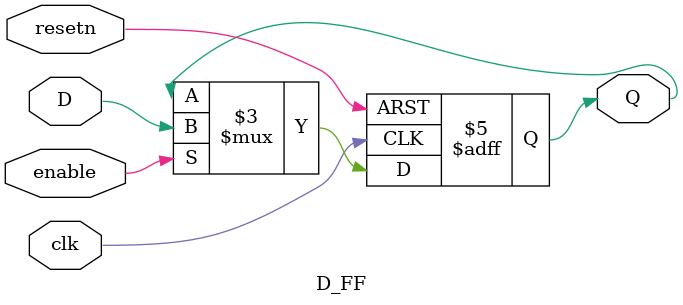
<source format=v>
module D_FF(
   input      clk,
   input      resetn,
   input      enable,
   input      D,

   output reg Q
);
   
   always@(posedge clk or negedge resetn) begin
      if(resetn == 0)
	Q <= 0;
      else if(enable)
	  Q <= D;
   end

endmodule 
</source>
